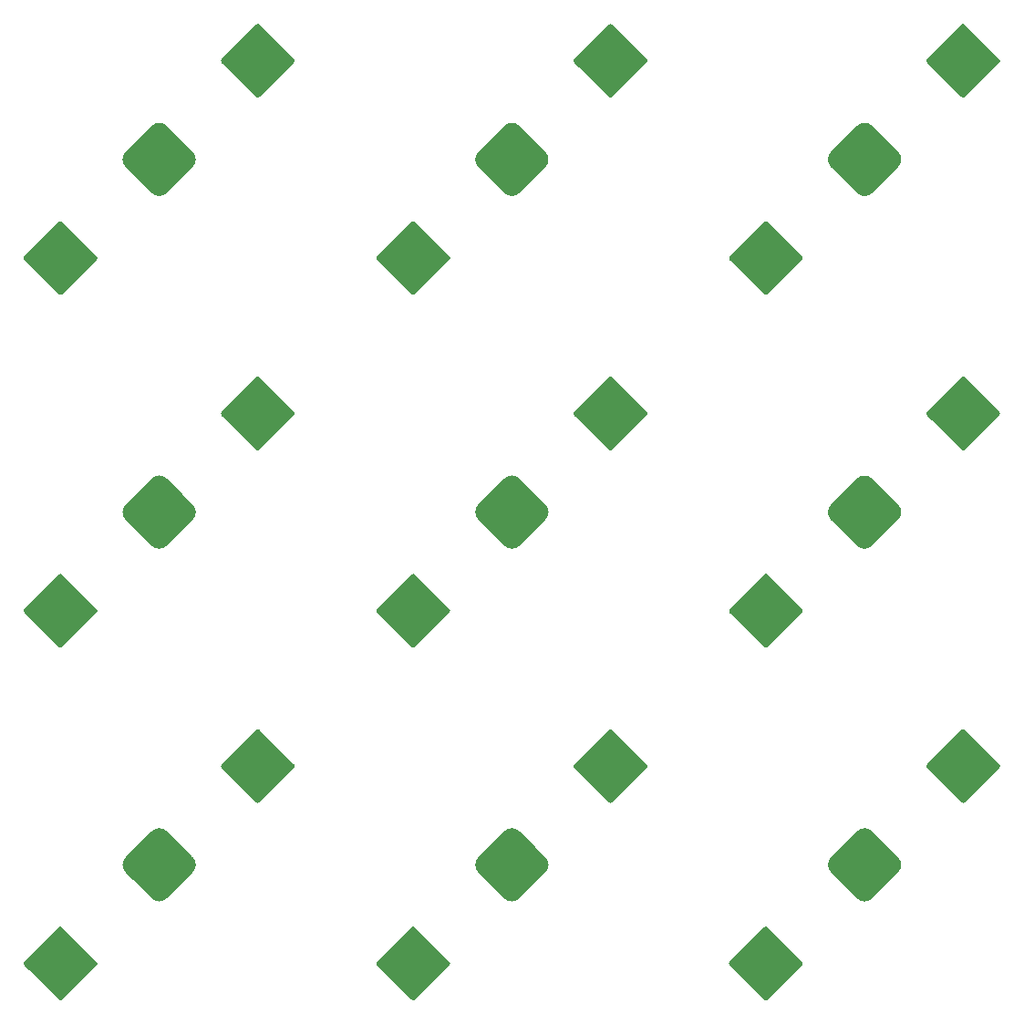
<source format=gbr>
G04 #@! TF.GenerationSoftware,KiCad,Pcbnew,9.0.0-rc2-3baa6cd791~182~ubuntu24.04.1*
G04 #@! TF.CreationDate,2025-02-06T23:06:30-05:00*
G04 #@! TF.ProjectId,PCA20073_Tiny_Board_Panel,50434132-3030-4373-935f-54696e795f42,rev?*
G04 #@! TF.SameCoordinates,PX5630ad8PY1312d00*
G04 #@! TF.FileFunction,Paste,Bot*
G04 #@! TF.FilePolarity,Positive*
%FSLAX46Y46*%
G04 Gerber Fmt 4.6, Leading zero omitted, Abs format (unit mm)*
G04 Created by KiCad (PCBNEW 9.0.0-rc2-3baa6cd791~182~ubuntu24.04.1) date 2025-02-06 23:06:30*
%MOMM*%
%LPD*%
G01*
G04 APERTURE LIST*
%ADD10C,0.000000*%
G04 APERTURE END LIST*
D10*
G36*
X24313694Y-54658282D02*
G01*
X24313694Y-54658282D01*
G75*
G02*
X25727908Y-54658282I707107J-707108D01*
G01*
X28132071Y-57062445D01*
G75*
G02*
X28132071Y-58476659I-707091J-707155D01*
G01*
X25727908Y-60880822D01*
G75*
G02*
X24313694Y-60880822I-707107J707108D01*
G01*
X21909531Y-58476659D01*
G75*
G02*
X21909531Y-57062445I707149J707059D01*
G01*
X24313694Y-54658282D01*
G37*
G36*
X24313694Y-21909545D02*
G01*
X24313694Y-21909545D01*
G75*
G02*
X25727908Y-21909545I707107J-707108D01*
G01*
X28132071Y-24313708D01*
G75*
G02*
X28132071Y-25727922I-707091J-707092D01*
G01*
X25727908Y-28132085D01*
G75*
G02*
X24313694Y-28132085I-707107J707108D01*
G01*
X21909531Y-25727922D01*
G75*
G02*
X21909531Y-24313708I707149J707122D01*
G01*
X24313694Y-21909545D01*
G37*
G36*
X24313694Y-87407019D02*
G01*
X24313694Y-87407019D01*
G75*
G02*
X25727908Y-87407019I707107J-707108D01*
G01*
X28132071Y-89811182D01*
G75*
G02*
X28132071Y-91225396I-707091J-707118D01*
G01*
X25727908Y-93629559D01*
G75*
G02*
X24313694Y-93629559I-707107J707108D01*
G01*
X21909531Y-91225396D01*
G75*
G02*
X21909531Y-89811182I707149J707096D01*
G01*
X24313694Y-87407019D01*
G37*
G36*
X89811136Y-87407019D02*
G01*
X89811136Y-87407019D01*
G75*
G02*
X91225350Y-87407019I707107J-707108D01*
G01*
X93629513Y-89811182D01*
G75*
G02*
X93629513Y-91225396I-707133J-707118D01*
G01*
X91225350Y-93629559D01*
G75*
G02*
X89811136Y-93629559I-707107J707108D01*
G01*
X87406973Y-91225396D01*
G75*
G02*
X87406973Y-89811182I707107J707096D01*
G01*
X89811136Y-87407019D01*
G37*
G36*
X57062415Y-54658282D02*
G01*
X57062415Y-54658282D01*
G75*
G02*
X58476629Y-54658282I707107J-707108D01*
G01*
X60880792Y-57062445D01*
G75*
G02*
X60880792Y-58476659I-707112J-707155D01*
G01*
X58476629Y-60880822D01*
G75*
G02*
X57062415Y-60880822I-707107J707108D01*
G01*
X54658252Y-58476659D01*
G75*
G02*
X54658252Y-57062445I707128J707059D01*
G01*
X57062415Y-54658282D01*
G37*
G36*
X89811136Y-54658282D02*
G01*
X89811136Y-54658282D01*
G75*
G02*
X91225350Y-54658282I707107J-707108D01*
G01*
X93629513Y-57062445D01*
G75*
G02*
X93629513Y-58476659I-707133J-707155D01*
G01*
X91225350Y-60880822D01*
G75*
G02*
X89811136Y-60880822I-707107J707108D01*
G01*
X87406973Y-58476659D01*
G75*
G02*
X87406973Y-57062445I707107J707059D01*
G01*
X89811136Y-54658282D01*
G37*
G36*
X57062415Y-21909545D02*
G01*
X57062415Y-21909545D01*
G75*
G02*
X58476629Y-21909545I707107J-707108D01*
G01*
X60880792Y-24313708D01*
G75*
G02*
X60880792Y-25727922I-707112J-707092D01*
G01*
X58476629Y-28132085D01*
G75*
G02*
X57062415Y-28132085I-707107J707108D01*
G01*
X54658252Y-25727922D01*
G75*
G02*
X54658252Y-24313708I707128J707122D01*
G01*
X57062415Y-21909545D01*
G37*
G36*
X57062415Y-87407019D02*
G01*
X57062415Y-87407019D01*
G75*
G02*
X58476629Y-87407019I707107J-707108D01*
G01*
X60880792Y-89811182D01*
G75*
G02*
X60880792Y-91225396I-707112J-707118D01*
G01*
X58476629Y-93629559D01*
G75*
G02*
X57062415Y-93629559I-707107J707108D01*
G01*
X54658252Y-91225396D01*
G75*
G02*
X54658252Y-89811182I707128J707096D01*
G01*
X57062415Y-87407019D01*
G37*
G36*
X89811136Y-21909545D02*
G01*
X89811136Y-21909545D01*
G75*
G02*
X91225350Y-21909545I707107J-707108D01*
G01*
X93629513Y-24313708D01*
G75*
G02*
X93629513Y-25727922I-707133J-707092D01*
G01*
X91225350Y-28132085D01*
G75*
G02*
X89811136Y-28132085I-707107J707108D01*
G01*
X87406973Y-25727922D01*
G75*
G02*
X87406973Y-24313708I707107J707122D01*
G01*
X89811136Y-21909545D01*
G37*
G36*
G01*
X34354611Y-45253761D02*
X37536592Y-48435742D01*
G75*
G02*
X37536592Y-48789296I-176777J-176777D01*
G01*
X34354611Y-51971277D01*
G75*
G02*
X34001057Y-51971277I-176777J176777D01*
G01*
X30819076Y-48789296D01*
G75*
G02*
X30819076Y-48435742I176777J176777D01*
G01*
X34001057Y-45253761D01*
G75*
G02*
X34354611Y-45253761I176777J-176777D01*
G01*
G37*
G36*
G01*
X16040545Y-63567827D02*
X19222526Y-66749808D01*
G75*
G02*
X19222526Y-67103362I-176777J-176777D01*
G01*
X16040545Y-70285343D01*
G75*
G02*
X15686991Y-70285343I-176777J176777D01*
G01*
X12505010Y-67103362D01*
G75*
G02*
X12505010Y-66749808I176777J176777D01*
G01*
X15686991Y-63567827D01*
G75*
G02*
X16040545Y-63567827I176777J-176777D01*
G01*
G37*
G36*
G01*
X26806245Y-56443727D02*
X28043682Y-57681164D01*
G75*
G02*
X28043682Y-57857940I-88388J-88388D01*
G01*
X26806245Y-59095377D01*
G75*
G02*
X26629469Y-59095377I-88388J88388D01*
G01*
X25392032Y-57857940D01*
G75*
G02*
X25392032Y-57681164I88388J88388D01*
G01*
X26629469Y-56443727D01*
G75*
G02*
X26806245Y-56443727I88388J-88388D01*
G01*
G37*
G36*
G01*
X25109189Y-54746671D02*
X26346626Y-55984108D01*
G75*
G02*
X26346626Y-56160884I-88388J-88388D01*
G01*
X25109189Y-57398321D01*
G75*
G02*
X24932413Y-57398321I-88388J88388D01*
G01*
X23694976Y-56160884D01*
G75*
G02*
X23694976Y-55984108I88388J88388D01*
G01*
X24932413Y-54746671D01*
G75*
G02*
X25109189Y-54746671I88388J-88388D01*
G01*
G37*
G36*
G01*
X25109189Y-58140783D02*
X26346626Y-59378220D01*
G75*
G02*
X26346626Y-59554996I-88388J-88388D01*
G01*
X25109189Y-60792433D01*
G75*
G02*
X24932413Y-60792433I-88388J88388D01*
G01*
X23694976Y-59554996D01*
G75*
G02*
X23694976Y-59378220I88388J88388D01*
G01*
X24932413Y-58140783D01*
G75*
G02*
X25109189Y-58140783I88388J-88388D01*
G01*
G37*
G36*
G01*
X23412133Y-56443727D02*
X24649570Y-57681164D01*
G75*
G02*
X24649570Y-57857940I-88388J-88388D01*
G01*
X23412133Y-59095377D01*
G75*
G02*
X23235357Y-59095377I-88388J88388D01*
G01*
X21997920Y-57857940D01*
G75*
G02*
X21997920Y-57681164I88388J88388D01*
G01*
X23235357Y-56443727D01*
G75*
G02*
X23412133Y-56443727I88388J-88388D01*
G01*
G37*
G36*
G01*
X34354611Y-12505024D02*
X37536592Y-15687005D01*
G75*
G02*
X37536592Y-16040559I-176777J-176777D01*
G01*
X34354611Y-19222540D01*
G75*
G02*
X34001057Y-19222540I-176777J176777D01*
G01*
X30819076Y-16040559D01*
G75*
G02*
X30819076Y-15687005I176777J176777D01*
G01*
X34001057Y-12505024D01*
G75*
G02*
X34354611Y-12505024I176777J-176777D01*
G01*
G37*
G36*
G01*
X16040545Y-30819090D02*
X19222526Y-34001071D01*
G75*
G02*
X19222526Y-34354625I-176777J-176777D01*
G01*
X16040545Y-37536606D01*
G75*
G02*
X15686991Y-37536606I-176777J176777D01*
G01*
X12505010Y-34354625D01*
G75*
G02*
X12505010Y-34001071I176777J176777D01*
G01*
X15686991Y-30819090D01*
G75*
G02*
X16040545Y-30819090I176777J-176777D01*
G01*
G37*
G36*
G01*
X26806245Y-23694990D02*
X28043682Y-24932427D01*
G75*
G02*
X28043682Y-25109203I-88388J-88388D01*
G01*
X26806245Y-26346640D01*
G75*
G02*
X26629469Y-26346640I-88388J88388D01*
G01*
X25392032Y-25109203D01*
G75*
G02*
X25392032Y-24932427I88388J88388D01*
G01*
X26629469Y-23694990D01*
G75*
G02*
X26806245Y-23694990I88388J-88388D01*
G01*
G37*
G36*
G01*
X25109189Y-21997934D02*
X26346626Y-23235371D01*
G75*
G02*
X26346626Y-23412147I-88388J-88388D01*
G01*
X25109189Y-24649584D01*
G75*
G02*
X24932413Y-24649584I-88388J88388D01*
G01*
X23694976Y-23412147D01*
G75*
G02*
X23694976Y-23235371I88388J88388D01*
G01*
X24932413Y-21997934D01*
G75*
G02*
X25109189Y-21997934I88388J-88388D01*
G01*
G37*
G36*
G01*
X25109189Y-25392046D02*
X26346626Y-26629483D01*
G75*
G02*
X26346626Y-26806259I-88388J-88388D01*
G01*
X25109189Y-28043696D01*
G75*
G02*
X24932413Y-28043696I-88388J88388D01*
G01*
X23694976Y-26806259D01*
G75*
G02*
X23694976Y-26629483I88388J88388D01*
G01*
X24932413Y-25392046D01*
G75*
G02*
X25109189Y-25392046I88388J-88388D01*
G01*
G37*
G36*
G01*
X23412133Y-23694990D02*
X24649570Y-24932427D01*
G75*
G02*
X24649570Y-25109203I-88388J-88388D01*
G01*
X23412133Y-26346640D01*
G75*
G02*
X23235357Y-26346640I-88388J88388D01*
G01*
X21997920Y-25109203D01*
G75*
G02*
X21997920Y-24932427I88388J88388D01*
G01*
X23235357Y-23694990D01*
G75*
G02*
X23412133Y-23694990I88388J-88388D01*
G01*
G37*
G36*
G01*
X34354611Y-78002498D02*
X37536592Y-81184479D01*
G75*
G02*
X37536592Y-81538033I-176777J-176777D01*
G01*
X34354611Y-84720014D01*
G75*
G02*
X34001057Y-84720014I-176777J176777D01*
G01*
X30819076Y-81538033D01*
G75*
G02*
X30819076Y-81184479I176777J176777D01*
G01*
X34001057Y-78002498D01*
G75*
G02*
X34354611Y-78002498I176777J-176777D01*
G01*
G37*
G36*
G01*
X16040545Y-96316564D02*
X19222526Y-99498545D01*
G75*
G02*
X19222526Y-99852099I-176777J-176777D01*
G01*
X16040545Y-103034080D01*
G75*
G02*
X15686991Y-103034080I-176777J176777D01*
G01*
X12505010Y-99852099D01*
G75*
G02*
X12505010Y-99498545I176777J176777D01*
G01*
X15686991Y-96316564D01*
G75*
G02*
X16040545Y-96316564I176777J-176777D01*
G01*
G37*
G36*
G01*
X26806245Y-89192464D02*
X28043682Y-90429901D01*
G75*
G02*
X28043682Y-90606677I-88388J-88388D01*
G01*
X26806245Y-91844114D01*
G75*
G02*
X26629469Y-91844114I-88388J88388D01*
G01*
X25392032Y-90606677D01*
G75*
G02*
X25392032Y-90429901I88388J88388D01*
G01*
X26629469Y-89192464D01*
G75*
G02*
X26806245Y-89192464I88388J-88388D01*
G01*
G37*
G36*
G01*
X25109189Y-87495408D02*
X26346626Y-88732845D01*
G75*
G02*
X26346626Y-88909621I-88388J-88388D01*
G01*
X25109189Y-90147058D01*
G75*
G02*
X24932413Y-90147058I-88388J88388D01*
G01*
X23694976Y-88909621D01*
G75*
G02*
X23694976Y-88732845I88388J88388D01*
G01*
X24932413Y-87495408D01*
G75*
G02*
X25109189Y-87495408I88388J-88388D01*
G01*
G37*
G36*
G01*
X25109189Y-90889520D02*
X26346626Y-92126957D01*
G75*
G02*
X26346626Y-92303733I-88388J-88388D01*
G01*
X25109189Y-93541170D01*
G75*
G02*
X24932413Y-93541170I-88388J88388D01*
G01*
X23694976Y-92303733D01*
G75*
G02*
X23694976Y-92126957I88388J88388D01*
G01*
X24932413Y-90889520D01*
G75*
G02*
X25109189Y-90889520I88388J-88388D01*
G01*
G37*
G36*
G01*
X23412133Y-89192464D02*
X24649570Y-90429901D01*
G75*
G02*
X24649570Y-90606677I-88388J-88388D01*
G01*
X23412133Y-91844114D01*
G75*
G02*
X23235357Y-91844114I-88388J88388D01*
G01*
X21997920Y-90606677D01*
G75*
G02*
X21997920Y-90429901I88388J88388D01*
G01*
X23235357Y-89192464D01*
G75*
G02*
X23412133Y-89192464I88388J-88388D01*
G01*
G37*
G36*
G01*
X99852053Y-78002498D02*
X103034034Y-81184479D01*
G75*
G02*
X103034034Y-81538033I-176777J-176777D01*
G01*
X99852053Y-84720014D01*
G75*
G02*
X99498499Y-84720014I-176777J176777D01*
G01*
X96316518Y-81538033D01*
G75*
G02*
X96316518Y-81184479I176777J176777D01*
G01*
X99498499Y-78002498D01*
G75*
G02*
X99852053Y-78002498I176777J-176777D01*
G01*
G37*
G36*
G01*
X81537987Y-96316564D02*
X84719968Y-99498545D01*
G75*
G02*
X84719968Y-99852099I-176777J-176777D01*
G01*
X81537987Y-103034080D01*
G75*
G02*
X81184433Y-103034080I-176777J176777D01*
G01*
X78002452Y-99852099D01*
G75*
G02*
X78002452Y-99498545I176777J176777D01*
G01*
X81184433Y-96316564D01*
G75*
G02*
X81537987Y-96316564I176777J-176777D01*
G01*
G37*
G36*
G01*
X92303687Y-89192464D02*
X93541124Y-90429901D01*
G75*
G02*
X93541124Y-90606677I-88388J-88388D01*
G01*
X92303687Y-91844114D01*
G75*
G02*
X92126911Y-91844114I-88388J88388D01*
G01*
X90889474Y-90606677D01*
G75*
G02*
X90889474Y-90429901I88388J88388D01*
G01*
X92126911Y-89192464D01*
G75*
G02*
X92303687Y-89192464I88388J-88388D01*
G01*
G37*
G36*
G01*
X90606631Y-87495408D02*
X91844068Y-88732845D01*
G75*
G02*
X91844068Y-88909621I-88388J-88388D01*
G01*
X90606631Y-90147058D01*
G75*
G02*
X90429855Y-90147058I-88388J88388D01*
G01*
X89192418Y-88909621D01*
G75*
G02*
X89192418Y-88732845I88388J88388D01*
G01*
X90429855Y-87495408D01*
G75*
G02*
X90606631Y-87495408I88388J-88388D01*
G01*
G37*
G36*
G01*
X90606631Y-90889520D02*
X91844068Y-92126957D01*
G75*
G02*
X91844068Y-92303733I-88388J-88388D01*
G01*
X90606631Y-93541170D01*
G75*
G02*
X90429855Y-93541170I-88388J88388D01*
G01*
X89192418Y-92303733D01*
G75*
G02*
X89192418Y-92126957I88388J88388D01*
G01*
X90429855Y-90889520D01*
G75*
G02*
X90606631Y-90889520I88388J-88388D01*
G01*
G37*
G36*
G01*
X88909575Y-89192464D02*
X90147012Y-90429901D01*
G75*
G02*
X90147012Y-90606677I-88388J-88388D01*
G01*
X88909575Y-91844114D01*
G75*
G02*
X88732799Y-91844114I-88388J88388D01*
G01*
X87495362Y-90606677D01*
G75*
G02*
X87495362Y-90429901I88388J88388D01*
G01*
X88732799Y-89192464D01*
G75*
G02*
X88909575Y-89192464I88388J-88388D01*
G01*
G37*
G36*
G01*
X67103332Y-45253761D02*
X70285313Y-48435742D01*
G75*
G02*
X70285313Y-48789296I-176777J-176777D01*
G01*
X67103332Y-51971277D01*
G75*
G02*
X66749778Y-51971277I-176777J176777D01*
G01*
X63567797Y-48789296D01*
G75*
G02*
X63567797Y-48435742I176777J176777D01*
G01*
X66749778Y-45253761D01*
G75*
G02*
X67103332Y-45253761I176777J-176777D01*
G01*
G37*
G36*
G01*
X48789266Y-63567827D02*
X51971247Y-66749808D01*
G75*
G02*
X51971247Y-67103362I-176777J-176777D01*
G01*
X48789266Y-70285343D01*
G75*
G02*
X48435712Y-70285343I-176777J176777D01*
G01*
X45253731Y-67103362D01*
G75*
G02*
X45253731Y-66749808I176777J176777D01*
G01*
X48435712Y-63567827D01*
G75*
G02*
X48789266Y-63567827I176777J-176777D01*
G01*
G37*
G36*
G01*
X59554966Y-56443727D02*
X60792403Y-57681164D01*
G75*
G02*
X60792403Y-57857940I-88388J-88388D01*
G01*
X59554966Y-59095377D01*
G75*
G02*
X59378190Y-59095377I-88388J88388D01*
G01*
X58140753Y-57857940D01*
G75*
G02*
X58140753Y-57681164I88388J88388D01*
G01*
X59378190Y-56443727D01*
G75*
G02*
X59554966Y-56443727I88388J-88388D01*
G01*
G37*
G36*
G01*
X57857910Y-54746671D02*
X59095347Y-55984108D01*
G75*
G02*
X59095347Y-56160884I-88388J-88388D01*
G01*
X57857910Y-57398321D01*
G75*
G02*
X57681134Y-57398321I-88388J88388D01*
G01*
X56443697Y-56160884D01*
G75*
G02*
X56443697Y-55984108I88388J88388D01*
G01*
X57681134Y-54746671D01*
G75*
G02*
X57857910Y-54746671I88388J-88388D01*
G01*
G37*
G36*
G01*
X57857910Y-58140783D02*
X59095347Y-59378220D01*
G75*
G02*
X59095347Y-59554996I-88388J-88388D01*
G01*
X57857910Y-60792433D01*
G75*
G02*
X57681134Y-60792433I-88388J88388D01*
G01*
X56443697Y-59554996D01*
G75*
G02*
X56443697Y-59378220I88388J88388D01*
G01*
X57681134Y-58140783D01*
G75*
G02*
X57857910Y-58140783I88388J-88388D01*
G01*
G37*
G36*
G01*
X56160854Y-56443727D02*
X57398291Y-57681164D01*
G75*
G02*
X57398291Y-57857940I-88388J-88388D01*
G01*
X56160854Y-59095377D01*
G75*
G02*
X55984078Y-59095377I-88388J88388D01*
G01*
X54746641Y-57857940D01*
G75*
G02*
X54746641Y-57681164I88388J88388D01*
G01*
X55984078Y-56443727D01*
G75*
G02*
X56160854Y-56443727I88388J-88388D01*
G01*
G37*
G36*
G01*
X99852053Y-45253761D02*
X103034034Y-48435742D01*
G75*
G02*
X103034034Y-48789296I-176777J-176777D01*
G01*
X99852053Y-51971277D01*
G75*
G02*
X99498499Y-51971277I-176777J176777D01*
G01*
X96316518Y-48789296D01*
G75*
G02*
X96316518Y-48435742I176777J176777D01*
G01*
X99498499Y-45253761D01*
G75*
G02*
X99852053Y-45253761I176777J-176777D01*
G01*
G37*
G36*
G01*
X81537987Y-63567827D02*
X84719968Y-66749808D01*
G75*
G02*
X84719968Y-67103362I-176777J-176777D01*
G01*
X81537987Y-70285343D01*
G75*
G02*
X81184433Y-70285343I-176777J176777D01*
G01*
X78002452Y-67103362D01*
G75*
G02*
X78002452Y-66749808I176777J176777D01*
G01*
X81184433Y-63567827D01*
G75*
G02*
X81537987Y-63567827I176777J-176777D01*
G01*
G37*
G36*
G01*
X92303687Y-56443727D02*
X93541124Y-57681164D01*
G75*
G02*
X93541124Y-57857940I-88388J-88388D01*
G01*
X92303687Y-59095377D01*
G75*
G02*
X92126911Y-59095377I-88388J88388D01*
G01*
X90889474Y-57857940D01*
G75*
G02*
X90889474Y-57681164I88388J88388D01*
G01*
X92126911Y-56443727D01*
G75*
G02*
X92303687Y-56443727I88388J-88388D01*
G01*
G37*
G36*
G01*
X90606631Y-54746671D02*
X91844068Y-55984108D01*
G75*
G02*
X91844068Y-56160884I-88388J-88388D01*
G01*
X90606631Y-57398321D01*
G75*
G02*
X90429855Y-57398321I-88388J88388D01*
G01*
X89192418Y-56160884D01*
G75*
G02*
X89192418Y-55984108I88388J88388D01*
G01*
X90429855Y-54746671D01*
G75*
G02*
X90606631Y-54746671I88388J-88388D01*
G01*
G37*
G36*
G01*
X90606631Y-58140783D02*
X91844068Y-59378220D01*
G75*
G02*
X91844068Y-59554996I-88388J-88388D01*
G01*
X90606631Y-60792433D01*
G75*
G02*
X90429855Y-60792433I-88388J88388D01*
G01*
X89192418Y-59554996D01*
G75*
G02*
X89192418Y-59378220I88388J88388D01*
G01*
X90429855Y-58140783D01*
G75*
G02*
X90606631Y-58140783I88388J-88388D01*
G01*
G37*
G36*
G01*
X88909575Y-56443727D02*
X90147012Y-57681164D01*
G75*
G02*
X90147012Y-57857940I-88388J-88388D01*
G01*
X88909575Y-59095377D01*
G75*
G02*
X88732799Y-59095377I-88388J88388D01*
G01*
X87495362Y-57857940D01*
G75*
G02*
X87495362Y-57681164I88388J88388D01*
G01*
X88732799Y-56443727D01*
G75*
G02*
X88909575Y-56443727I88388J-88388D01*
G01*
G37*
G36*
G01*
X67103332Y-12505024D02*
X70285313Y-15687005D01*
G75*
G02*
X70285313Y-16040559I-176777J-176777D01*
G01*
X67103332Y-19222540D01*
G75*
G02*
X66749778Y-19222540I-176777J176777D01*
G01*
X63567797Y-16040559D01*
G75*
G02*
X63567797Y-15687005I176777J176777D01*
G01*
X66749778Y-12505024D01*
G75*
G02*
X67103332Y-12505024I176777J-176777D01*
G01*
G37*
G36*
G01*
X48789266Y-30819090D02*
X51971247Y-34001071D01*
G75*
G02*
X51971247Y-34354625I-176777J-176777D01*
G01*
X48789266Y-37536606D01*
G75*
G02*
X48435712Y-37536606I-176777J176777D01*
G01*
X45253731Y-34354625D01*
G75*
G02*
X45253731Y-34001071I176777J176777D01*
G01*
X48435712Y-30819090D01*
G75*
G02*
X48789266Y-30819090I176777J-176777D01*
G01*
G37*
G36*
G01*
X59554966Y-23694990D02*
X60792403Y-24932427D01*
G75*
G02*
X60792403Y-25109203I-88388J-88388D01*
G01*
X59554966Y-26346640D01*
G75*
G02*
X59378190Y-26346640I-88388J88388D01*
G01*
X58140753Y-25109203D01*
G75*
G02*
X58140753Y-24932427I88388J88388D01*
G01*
X59378190Y-23694990D01*
G75*
G02*
X59554966Y-23694990I88388J-88388D01*
G01*
G37*
G36*
G01*
X57857910Y-21997934D02*
X59095347Y-23235371D01*
G75*
G02*
X59095347Y-23412147I-88388J-88388D01*
G01*
X57857910Y-24649584D01*
G75*
G02*
X57681134Y-24649584I-88388J88388D01*
G01*
X56443697Y-23412147D01*
G75*
G02*
X56443697Y-23235371I88388J88388D01*
G01*
X57681134Y-21997934D01*
G75*
G02*
X57857910Y-21997934I88388J-88388D01*
G01*
G37*
G36*
G01*
X57857910Y-25392046D02*
X59095347Y-26629483D01*
G75*
G02*
X59095347Y-26806259I-88388J-88388D01*
G01*
X57857910Y-28043696D01*
G75*
G02*
X57681134Y-28043696I-88388J88388D01*
G01*
X56443697Y-26806259D01*
G75*
G02*
X56443697Y-26629483I88388J88388D01*
G01*
X57681134Y-25392046D01*
G75*
G02*
X57857910Y-25392046I88388J-88388D01*
G01*
G37*
G36*
G01*
X56160854Y-23694990D02*
X57398291Y-24932427D01*
G75*
G02*
X57398291Y-25109203I-88388J-88388D01*
G01*
X56160854Y-26346640D01*
G75*
G02*
X55984078Y-26346640I-88388J88388D01*
G01*
X54746641Y-25109203D01*
G75*
G02*
X54746641Y-24932427I88388J88388D01*
G01*
X55984078Y-23694990D01*
G75*
G02*
X56160854Y-23694990I88388J-88388D01*
G01*
G37*
G36*
G01*
X67103332Y-78002498D02*
X70285313Y-81184479D01*
G75*
G02*
X70285313Y-81538033I-176777J-176777D01*
G01*
X67103332Y-84720014D01*
G75*
G02*
X66749778Y-84720014I-176777J176777D01*
G01*
X63567797Y-81538033D01*
G75*
G02*
X63567797Y-81184479I176777J176777D01*
G01*
X66749778Y-78002498D01*
G75*
G02*
X67103332Y-78002498I176777J-176777D01*
G01*
G37*
G36*
G01*
X48789266Y-96316564D02*
X51971247Y-99498545D01*
G75*
G02*
X51971247Y-99852099I-176777J-176777D01*
G01*
X48789266Y-103034080D01*
G75*
G02*
X48435712Y-103034080I-176777J176777D01*
G01*
X45253731Y-99852099D01*
G75*
G02*
X45253731Y-99498545I176777J176777D01*
G01*
X48435712Y-96316564D01*
G75*
G02*
X48789266Y-96316564I176777J-176777D01*
G01*
G37*
G36*
G01*
X59554966Y-89192464D02*
X60792403Y-90429901D01*
G75*
G02*
X60792403Y-90606677I-88388J-88388D01*
G01*
X59554966Y-91844114D01*
G75*
G02*
X59378190Y-91844114I-88388J88388D01*
G01*
X58140753Y-90606677D01*
G75*
G02*
X58140753Y-90429901I88388J88388D01*
G01*
X59378190Y-89192464D01*
G75*
G02*
X59554966Y-89192464I88388J-88388D01*
G01*
G37*
G36*
G01*
X57857910Y-87495408D02*
X59095347Y-88732845D01*
G75*
G02*
X59095347Y-88909621I-88388J-88388D01*
G01*
X57857910Y-90147058D01*
G75*
G02*
X57681134Y-90147058I-88388J88388D01*
G01*
X56443697Y-88909621D01*
G75*
G02*
X56443697Y-88732845I88388J88388D01*
G01*
X57681134Y-87495408D01*
G75*
G02*
X57857910Y-87495408I88388J-88388D01*
G01*
G37*
G36*
G01*
X57857910Y-90889520D02*
X59095347Y-92126957D01*
G75*
G02*
X59095347Y-92303733I-88388J-88388D01*
G01*
X57857910Y-93541170D01*
G75*
G02*
X57681134Y-93541170I-88388J88388D01*
G01*
X56443697Y-92303733D01*
G75*
G02*
X56443697Y-92126957I88388J88388D01*
G01*
X57681134Y-90889520D01*
G75*
G02*
X57857910Y-90889520I88388J-88388D01*
G01*
G37*
G36*
G01*
X56160854Y-89192464D02*
X57398291Y-90429901D01*
G75*
G02*
X57398291Y-90606677I-88388J-88388D01*
G01*
X56160854Y-91844114D01*
G75*
G02*
X55984078Y-91844114I-88388J88388D01*
G01*
X54746641Y-90606677D01*
G75*
G02*
X54746641Y-90429901I88388J88388D01*
G01*
X55984078Y-89192464D01*
G75*
G02*
X56160854Y-89192464I88388J-88388D01*
G01*
G37*
G36*
G01*
X99852053Y-12505024D02*
X103034034Y-15687005D01*
G75*
G02*
X103034034Y-16040559I-176777J-176777D01*
G01*
X99852053Y-19222540D01*
G75*
G02*
X99498499Y-19222540I-176777J176777D01*
G01*
X96316518Y-16040559D01*
G75*
G02*
X96316518Y-15687005I176777J176777D01*
G01*
X99498499Y-12505024D01*
G75*
G02*
X99852053Y-12505024I176777J-176777D01*
G01*
G37*
G36*
G01*
X81537987Y-30819090D02*
X84719968Y-34001071D01*
G75*
G02*
X84719968Y-34354625I-176777J-176777D01*
G01*
X81537987Y-37536606D01*
G75*
G02*
X81184433Y-37536606I-176777J176777D01*
G01*
X78002452Y-34354625D01*
G75*
G02*
X78002452Y-34001071I176777J176777D01*
G01*
X81184433Y-30819090D01*
G75*
G02*
X81537987Y-30819090I176777J-176777D01*
G01*
G37*
G36*
G01*
X92303687Y-23694990D02*
X93541124Y-24932427D01*
G75*
G02*
X93541124Y-25109203I-88388J-88388D01*
G01*
X92303687Y-26346640D01*
G75*
G02*
X92126911Y-26346640I-88388J88388D01*
G01*
X90889474Y-25109203D01*
G75*
G02*
X90889474Y-24932427I88388J88388D01*
G01*
X92126911Y-23694990D01*
G75*
G02*
X92303687Y-23694990I88388J-88388D01*
G01*
G37*
G36*
G01*
X90606631Y-21997934D02*
X91844068Y-23235371D01*
G75*
G02*
X91844068Y-23412147I-88388J-88388D01*
G01*
X90606631Y-24649584D01*
G75*
G02*
X90429855Y-24649584I-88388J88388D01*
G01*
X89192418Y-23412147D01*
G75*
G02*
X89192418Y-23235371I88388J88388D01*
G01*
X90429855Y-21997934D01*
G75*
G02*
X90606631Y-21997934I88388J-88388D01*
G01*
G37*
G36*
G01*
X90606631Y-25392046D02*
X91844068Y-26629483D01*
G75*
G02*
X91844068Y-26806259I-88388J-88388D01*
G01*
X90606631Y-28043696D01*
G75*
G02*
X90429855Y-28043696I-88388J88388D01*
G01*
X89192418Y-26806259D01*
G75*
G02*
X89192418Y-26629483I88388J88388D01*
G01*
X90429855Y-25392046D01*
G75*
G02*
X90606631Y-25392046I88388J-88388D01*
G01*
G37*
G36*
G01*
X88909575Y-23694990D02*
X90147012Y-24932427D01*
G75*
G02*
X90147012Y-25109203I-88388J-88388D01*
G01*
X88909575Y-26346640D01*
G75*
G02*
X88732799Y-26346640I-88388J88388D01*
G01*
X87495362Y-25109203D01*
G75*
G02*
X87495362Y-24932427I88388J88388D01*
G01*
X88732799Y-23694990D01*
G75*
G02*
X88909575Y-23694990I88388J-88388D01*
G01*
G37*
M02*

</source>
